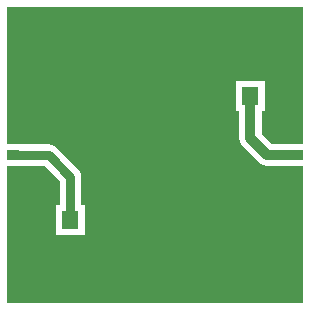
<source format=gtl>
G04*
G04 #@! TF.GenerationSoftware,Altium Limited,Altium Designer,24.0.1 (36)*
G04*
G04 Layer_Physical_Order=1*
G04 Layer_Color=255*
%FSLAX25Y25*%
%MOIN*%
G70*
G04*
G04 #@! TF.SameCoordinates,547C949A-E5A6-49C9-BC53-363AC5528938*
G04*
G04*
G04 #@! TF.FilePolarity,Positive*
G04*
G01*
G75*
%ADD12R,0.05500X0.06000*%
%ADD16C,0.03110*%
%ADD17C,0.03337*%
%ADD18C,0.13780*%
%ADD19C,0.02362*%
G36*
X98425Y53016D02*
X98425Y53016D01*
X94488D01*
X94446Y53007D01*
X88052D01*
X84724Y56336D01*
Y63898D01*
X85774D01*
Y73898D01*
X76274D01*
Y63898D01*
X77324D01*
Y54803D01*
X77450Y53846D01*
X77819Y52953D01*
X78407Y52187D01*
X83903Y46691D01*
X84670Y46103D01*
X85562Y45733D01*
X86520Y45607D01*
X94446D01*
X94488Y45599D01*
X98425D01*
X98425Y45599D01*
Y0D01*
X0D01*
Y45599D01*
X3937D01*
X3980Y45607D01*
X12314D01*
X17438Y40483D01*
Y32398D01*
X16274D01*
Y22398D01*
X25774D01*
Y32398D01*
X24609D01*
Y41969D01*
X24487Y42897D01*
X24129Y43761D01*
X23559Y44504D01*
X16335Y51728D01*
X15592Y52298D01*
X14727Y52657D01*
X13799Y52779D01*
X3980D01*
X3937Y52787D01*
X0D01*
Y98425D01*
X98425D01*
Y53016D01*
D02*
G37*
G36*
X98425Y47638D02*
X94488D01*
Y50976D01*
X98425D01*
Y47638D01*
D02*
G37*
G36*
X3937D02*
X-0D01*
Y50748D01*
X3937D01*
Y47638D01*
D02*
G37*
D12*
X21024Y27398D02*
D03*
X41024D02*
D03*
X61024D02*
D03*
X81024D02*
D03*
X21024Y68898D02*
D03*
X41024D02*
D03*
X61024D02*
D03*
X81024D02*
D03*
D16*
X3937Y49193D02*
X13799D01*
X21024Y41969D01*
Y27398D02*
Y41969D01*
D17*
X86520Y49307D02*
X94488D01*
X81024Y54803D02*
X86520Y49307D01*
X81024Y54803D02*
Y68898D01*
D18*
X88583Y9843D02*
D03*
Y88583D02*
D03*
X9843D02*
D03*
Y9843D02*
D03*
D19*
X76772Y50197D02*
D03*
X73819Y62008D02*
D03*
X64961Y74803D02*
D03*
X57087D02*
D03*
X45276D02*
D03*
X36417D02*
D03*
X24606D02*
D03*
X16732D02*
D03*
X31496Y52165D02*
D03*
X69882D02*
D03*
Y45276D02*
D03*
X61024D02*
D03*
Y52165D02*
D03*
X51181Y45276D02*
D03*
Y52165D02*
D03*
X41339D02*
D03*
Y45276D02*
D03*
X86614Y21654D02*
D03*
X77756D02*
D03*
X65945D02*
D03*
X57087D02*
D03*
X46260D02*
D03*
X36417D02*
D03*
X88583Y56102D02*
D03*
X94488D02*
D03*
X88583Y64961D02*
D03*
Y72835D02*
D03*
X73819D02*
D03*
Y66929D02*
D03*
X74803Y56102D02*
D03*
X80709Y46260D02*
D03*
X85630Y43307D02*
D03*
X94488D02*
D03*
X25591Y19685D02*
D03*
X16732D02*
D03*
X13780Y35433D02*
D03*
X2953Y43307D02*
D03*
X8858D02*
D03*
X12795Y40354D02*
D03*
X13780Y30512D02*
D03*
Y24606D02*
D03*
X28543D02*
D03*
Y30512D02*
D03*
X27559Y37402D02*
D03*
Y43307D02*
D03*
X23622Y48228D02*
D03*
X19685Y52165D02*
D03*
X15748Y55118D02*
D03*
X8858D02*
D03*
X2953D02*
D03*
M02*

</source>
